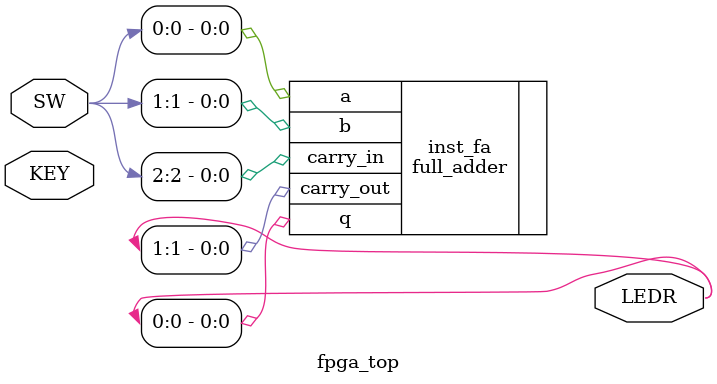
<source format=sv>
module fpga_top
(
    input  [1:0] KEY,
    input  [9:0] SW,

    output [9:0] LEDR
);

    wire [1:0] key;
    assign key = ~ KEY;

    full_adder inst_fa
    (
        .carry_in  ( SW[2]   ),
        .a         ( SW[0]   ),
        .b         ( SW[1]   ),
        .q         ( LEDR[0] ),
        .carry_out ( LEDR[1] )
    );

endmodule

</source>
